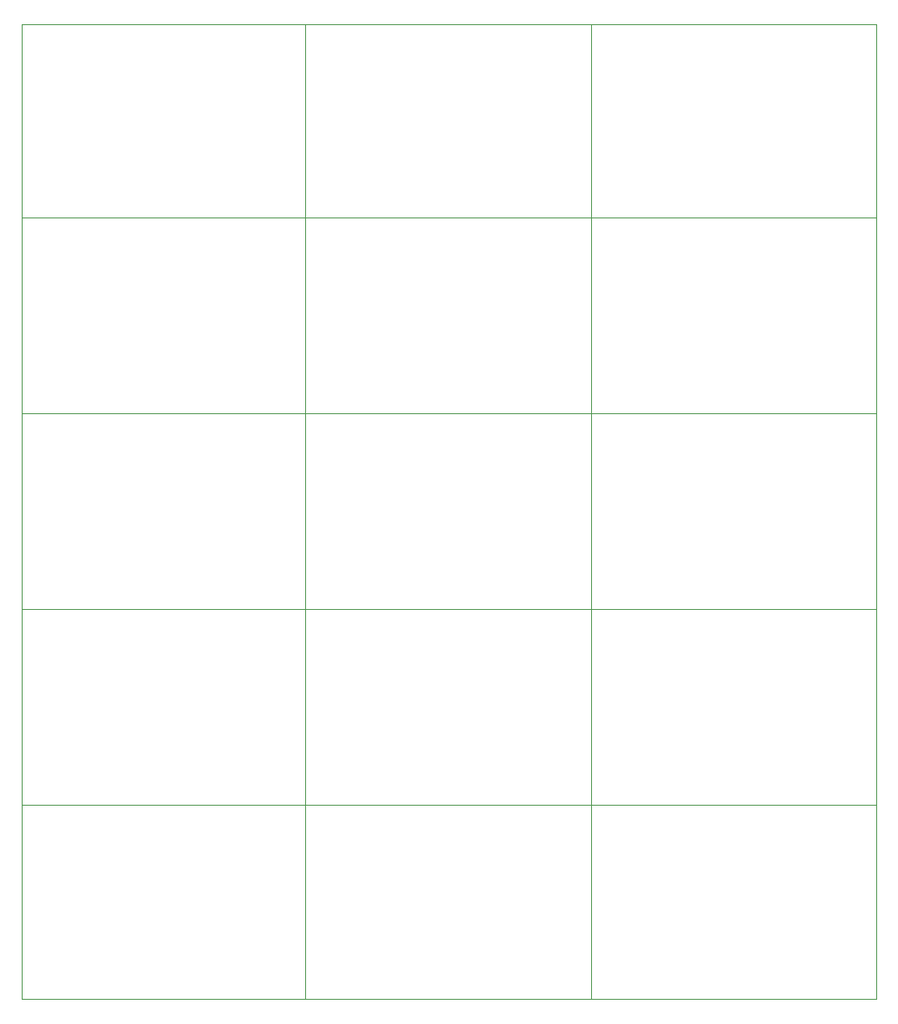
<source format=gbr>
%TF.GenerationSoftware,KiCad,Pcbnew,7.0.1*%
%TF.CreationDate,2025-06-24T16:32:56+07:00*%
%TF.ProjectId,panelize,70616e65-6c69-47a6-952e-6b696361645f,rev?*%
%TF.SameCoordinates,Original*%
%TF.FileFunction,Profile,NP*%
%FSLAX46Y46*%
G04 Gerber Fmt 4.6, Leading zero omitted, Abs format (unit mm)*
G04 Created by KiCad (PCBNEW 7.0.1) date 2025-06-24 16:32:56*
%MOMM*%
%LPD*%
G01*
G04 APERTURE LIST*
%TA.AperFunction,Profile*%
%ADD10C,0.100000*%
%TD*%
G04 APERTURE END LIST*
D10*
X114048000Y-141816000D02*
X200588000Y-141846000D01*
X200588000Y-122016000D02*
X114058000Y-122036000D01*
X114048000Y-102216000D02*
X200578000Y-102236000D01*
X200578000Y-82366000D02*
X114048000Y-82416000D01*
X171688000Y-62866000D02*
X171688000Y-161356000D01*
X142738000Y-62856000D02*
X142738000Y-161356000D01*
X114048000Y-62866000D02*
X200588000Y-62866000D01*
X200588000Y-161486000D01*
X114048000Y-161486000D01*
X114048000Y-62866000D01*
M02*

</source>
